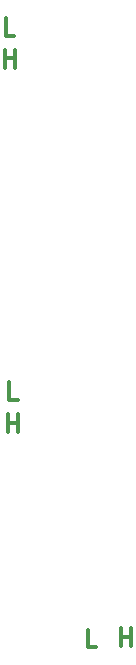
<source format=gbr>
%TF.GenerationSoftware,KiCad,Pcbnew,(5.1.12)-1*%
%TF.CreationDate,2024-02-12T03:14:50+09:00*%
%TF.ProjectId,imu_led_connect,696d755f-6c65-4645-9f63-6f6e6e656374,rev?*%
%TF.SameCoordinates,Original*%
%TF.FileFunction,Legend,Bot*%
%TF.FilePolarity,Positive*%
%FSLAX46Y46*%
G04 Gerber Fmt 4.6, Leading zero omitted, Abs format (unit mm)*
G04 Created by KiCad (PCBNEW (5.1.12)-1) date 2024-02-12 03:14:50*
%MOMM*%
%LPD*%
G01*
G04 APERTURE LIST*
%ADD10C,0.300000*%
G04 APERTURE END LIST*
D10*
X89489285Y-88628571D02*
X88775000Y-88628571D01*
X88775000Y-87128571D01*
X88696428Y-91353571D02*
X88696428Y-89853571D01*
X88696428Y-90567857D02*
X89553571Y-90567857D01*
X89553571Y-91353571D02*
X89553571Y-89853571D01*
X96164285Y-109578571D02*
X95450000Y-109578571D01*
X95450000Y-108078571D01*
X98246428Y-109478571D02*
X98246428Y-107978571D01*
X98246428Y-108692857D02*
X99103571Y-108692857D01*
X99103571Y-109478571D02*
X99103571Y-107978571D01*
X89214285Y-57778571D02*
X88500000Y-57778571D01*
X88500000Y-56278571D01*
X88421428Y-60503571D02*
X88421428Y-59003571D01*
X88421428Y-59717857D02*
X89278571Y-59717857D01*
X89278571Y-60503571D02*
X89278571Y-59003571D01*
M02*

</source>
